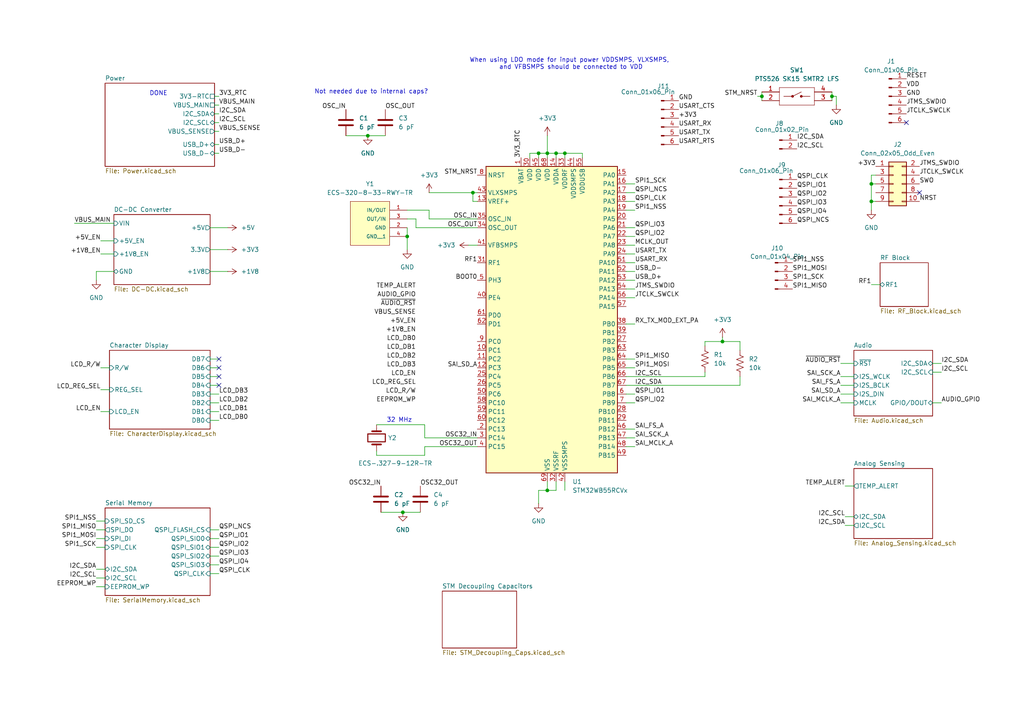
<source format=kicad_sch>
(kicad_sch (version 20231120) (generator "eeschema") (generator_version "8.0")
  (paper "A4")
  (lib_symbols
    (symbol "Connector:Conn_01x02_Pin" (pin_names (offset 1.016) hide)
      (property "Reference" "J" (at 0 2.54 0))
      (property "Value" "Conn_01x02_Pin" (at 0 -5.08 0))
      (symbol "Conn_01x02_Pin_1_1"
        (polyline (pts (xy 1.27 -2.54) (xy 0.8636 -2.54)) (stroke (width 0.1524)))
        (polyline (pts (xy 1.27 0) (xy 0.8636 0)) (stroke (width 0.1524)))
        (rectangle (start 0.8636 -2.413) (end 0 -2.667) (stroke (width 0.1524)) (fill (type outline)))
        (rectangle (start 0.8636 0.127) (end 0 -0.127) (stroke (width 0.1524)) (fill (type outline)))
        (pin passive line (at 5.08 0 180) (length 3.81) (name "Pin_1") (number "1"))
        (pin passive line (at 5.08 -2.54 180) (length 3.81) (name "Pin_2") (number "2"))
      )
    )
    (symbol "Connector:Conn_01x04_Pin" (pin_names (offset 1.016) hide)
      (property "Reference" "J" (at 0 5.08 0))
      (property "Value" "Conn_01x04_Pin" (at 0 -7.62 0))
      (symbol "Conn_01x04_Pin_1_1"
        (polyline (pts (xy 1.27 -5.08) (xy 0.8636 -5.08)) (stroke (width 0.1524)))
        (polyline (pts (xy 1.27 -2.54) (xy 0.8636 -2.54)) (stroke (width 0.1524)))
        (polyline (pts (xy 1.27 0) (xy 0.8636 0)) (stroke (width 0.1524)))
        (polyline (pts (xy 1.27 2.54) (xy 0.8636 2.54)) (stroke (width 0.1524)))
        (rectangle (start 0.8636 -4.953) (end 0 -5.207) (stroke (width 0.1524)) (fill (type outline)))
        (rectangle (start 0.8636 -2.413) (end 0 -2.667) (stroke (width 0.1524)) (fill (type outline)))
        (rectangle (start 0.8636 0.127) (end 0 -0.127) (stroke (width 0.1524)) (fill (type outline)))
        (rectangle (start 0.8636 2.667) (end 0 2.413) (stroke (width 0.1524)) (fill (type outline)))
        (pin passive line (at 5.08 2.54 180) (length 3.81) (name "Pin_1") (number "1"))
        (pin passive line (at 5.08 0 180) (length 3.81) (name "Pin_2") (number "2"))
        (pin passive line (at 5.08 -2.54 180) (length 3.81) (name "Pin_3") (number "3"))
        (pin passive line (at 5.08 -5.08 180) (length 3.81) (name "Pin_4") (number "4"))
      )
    )
    (symbol "Connector:Conn_01x06_Pin" (pin_names (offset 1.016) hide)
      (property "Reference" "J" (at 0 7.62 0))
      (property "Value" "Conn_01x06_Pin" (at 0 -10.16 0))
      (symbol "Conn_01x06_Pin_1_1"
        (polyline (pts (xy 1.27 -7.62) (xy 0.8636 -7.62)) (stroke (width 0.1524)))
        (polyline (pts (xy 1.27 -5.08) (xy 0.8636 -5.08)) (stroke (width 0.1524)))
        (polyline (pts (xy 1.27 -2.54) (xy 0.8636 -2.54)) (stroke (width 0.1524)))
        (polyline (pts (xy 1.27 0) (xy 0.8636 0)) (stroke (width 0.1524)))
        (polyline (pts (xy 1.27 2.54) (xy 0.8636 2.54)) (stroke (width 0.1524)))
        (polyline (pts (xy 1.27 5.08) (xy 0.8636 5.08)) (stroke (width 0.1524)))
        (rectangle (start 0.8636 -7.493) (end 0 -7.747) (stroke (width 0.1524)) (fill (type outline)))
        (rectangle (start 0.8636 -4.953) (end 0 -5.207) (stroke (width 0.1524)) (fill (type outline)))
        (rectangle (start 0.8636 -2.413) (end 0 -2.667) (stroke (width 0.1524)) (fill (type outline)))
        (rectangle (start 0.8636 0.127) (end 0 -0.127) (stroke (width 0.1524)) (fill (type outline)))
        (rectangle (start 0.8636 2.667) (end 0 2.413) (stroke (width 0.1524)) (fill (type outline)))
        (rectangle (start 0.8636 5.207) (end 0 4.953) (stroke (width 0.1524)) (fill (type outline)))
        (pin passive line (at 5.08 5.08 180) (length 3.81) (name "Pin_1") (number "1"))
        (pin passive line (at 5.08 2.54 180) (length 3.81) (name "Pin_2") (number "2"))
        (pin passive line (at 5.08 0 180) (length 3.81) (name "Pin_3") (number "3"))
        (pin passive line (at 5.08 -2.54 180) (length 3.81) (name "Pin_4") (number "4"))
        (pin passive line (at 5.08 -5.08 180) (length 3.81) (name "Pin_5") (number "5"))
        (pin passive line (at 5.08 -7.62 180) (length 3.81) (name "Pin_6") (number "6"))
      )
    )
    (symbol "Connector_Generic:Conn_02x05_Odd_Even" (pin_names (offset 1.016) hide)
      (property "Reference" "J" (at 1.27 7.62 0))
      (property "Value" "Conn_02x05_Odd_Even" (at 1.27 -7.62 0))
      (symbol "Conn_02x05_Odd_Even_1_1"
        (rectangle (start -1.27 -4.953) (end 0 -5.207) (stroke (width 0.1524)))
        (rectangle (start -1.27 -2.413) (end 0 -2.667) (stroke (width 0.1524)))
        (rectangle (start -1.27 0.127) (end 0 -0.127) (stroke (width 0.1524)))
        (rectangle (start -1.27 2.667) (end 0 2.413) (stroke (width 0.1524)))
        (rectangle (start -1.27 5.207) (end 0 4.953) (stroke (width 0.1524)))
        (rectangle (start -1.27 6.35) (end 3.81 -6.35) (stroke (width 0.254)) (fill (type background)))
        (rectangle (start 3.81 -4.953) (end 2.54 -5.207) (stroke (width 0.1524)))
        (rectangle (start 3.81 -2.413) (end 2.54 -2.667) (stroke (width 0.1524)))
        (rectangle (start 3.81 0.127) (end 2.54 -0.127) (stroke (width 0.1524)))
        (rectangle (start 3.81 2.667) (end 2.54 2.413) (stroke (width 0.1524)))
        (rectangle (start 3.81 5.207) (end 2.54 4.953) (stroke (width 0.1524)))
        (pin passive line (at -5.08 5.08 0) (length 3.81) (name "Pin_1") (number "1"))
        (pin passive line (at 7.62 -5.08 180) (length 3.81) (name "Pin_10") (number "10"))
        (pin passive line (at 7.62 5.08 180) (length 3.81) (name "Pin_2") (number "2"))
        (pin passive line (at -5.08 2.54 0) (length 3.81) (name "Pin_3") (number "3"))
        (pin passive line (at 7.62 2.54 180) (length 3.81) (name "Pin_4") (number "4"))
        (pin passive line (at -5.08 0 0) (length 3.81) (name "Pin_5") (number "5"))
        (pin passive line (at 7.62 0 180) (length 3.81) (name "Pin_6") (number "6"))
        (pin passive line (at -5.08 -2.54 0) (length 3.81) (name "Pin_7") (number "7"))
        (pin passive line (at 7.62 -2.54 180) (length 3.81) (name "Pin_8") (number "8"))
        (pin passive line (at -5.08 -5.08 0) (length 3.81) (name "Pin_9") (number "9"))
      )
    )
    (symbol "Device:C" (pin_numbers hide) (pin_names (offset 0.254))
      (property "Reference" "C" (at 0.635 2.54 0))
      (property "Value" "C" (at 0.635 -2.54 0))
      (symbol "C_0_1"
        (polyline (pts (xy -2.032 -0.762) (xy 2.032 -0.762)) (stroke (width 0.508)))
        (polyline (pts (xy -2.032 0.762) (xy 2.032 0.762)) (stroke (width 0.508)))
      )
      (symbol "C_1_1"
        (pin passive line (at 0 3.81 270) (length 2.794) (name "~") (number "1"))
        (pin passive line (at 0 -3.81 90) (length 2.794) (name "~") (number "2"))
      )
    )
    (symbol "Device:Crystal" (pin_numbers hide) (pin_names (offset 1.016) hide)
      (property "Reference" "Y" (at 0 3.81 0))
      (property "Value" "Crystal" (at 0 -3.81 0))
      (symbol "Crystal_0_1"
        (rectangle (start -1.143 2.54) (end 1.143 -2.54) (stroke (width 0.3048)))
        (polyline (pts (xy -2.54 0) (xy -1.905 0)))
        (polyline (pts (xy -1.905 -1.27) (xy -1.905 1.27)) (stroke (width 0.508)))
        (polyline (pts (xy 1.905 -1.27) (xy 1.905 1.27)) (stroke (width 0.508)))
        (polyline (pts (xy 2.54 0) (xy 1.905 0)))
      )
      (symbol "Crystal_1_1"
        (pin passive line (at -3.81 0 0) (length 1.27) (name "1") (number "1"))
        (pin passive line (at 3.81 0 180) (length 1.27) (name "2") (number "2"))
      )
    )
    (symbol "Device:R_US" (pin_numbers hide) (pin_names (offset 0))
      (property "Reference" "R" (at 2.54 0 90))
      (property "Value" "R_US" (at -2.54 0 90))
      (symbol "R_US_0_1"
        (polyline (pts (xy 0 -2.286) (xy 0 -2.54)))
        (polyline (pts (xy 0 2.286) (xy 0 2.54)))
        (polyline (pts (xy 0 -0.762) (xy 1.016 -1.143) (xy 0 -1.524) (xy -1.016 -1.905) (xy 0 -2.286)))
        (polyline (pts (xy 0 0.762) (xy 1.016 0.381) (xy 0 0) (xy -1.016 -0.381) (xy 0 -0.762)))
        (polyline (pts (xy 0 2.286) (xy 1.016 1.905) (xy 0 1.524) (xy -1.016 1.143) (xy 0 0.762)))
      )
      (symbol "R_US_1_1"
        (pin passive line (at 0 3.81 270) (length 1.27) (name "~") (number "1"))
        (pin passive line (at 0 -3.81 90) (length 1.27) (name "~") (number "2"))
      )
    )
    (symbol "MCU_ST_STM32WB:STM32WB55RCVx"
      (property "Reference" "U" (at -17.78 46.99 0))
      (property "Value" "STM32WB55RCVx" (at 12.7 46.99 0))
      (symbol "STM32WB55RCVx_0_1"
        (rectangle (start -17.78 -43.18) (end 20.32 45.72) (stroke (width 0.254)) (fill (type background)))
      )
      (symbol "STM32WB55RCVx_1_1"
        (pin power_in line (at -7.62 48.26 270) (length 2.54) (name "VBAT") (number "1"))
        (pin bidirectional line (at -20.32 -7.62 0) (length 2.54) (name "PC1") (number "10"))
        (pin bidirectional line (at -20.32 -10.16 0) (length 2.54) (name "PC2") (number "11"))
        (pin bidirectional line (at -20.32 -12.7 0) (length 2.54) (name "PC3") (number "12"))
        (pin input line (at -20.32 35.56 0) (length 2.54) (name "VREF+") (number "13"))
        (pin power_in line (at 2.54 48.26 270) (length 2.54) (name "VDDA") (number "14"))
        (pin bidirectional line (at 22.86 43.18 180) (length 2.54) (name "PA0") (number "15"))
        (pin bidirectional line (at 22.86 40.64 180) (length 2.54) (name "PA1") (number "16"))
        (pin bidirectional line (at 22.86 38.1 180) (length 2.54) (name "PA2") (number "17"))
        (pin bidirectional line (at 22.86 35.56 180) (length 2.54) (name "PA3") (number "18"))
        (pin bidirectional line (at 22.86 33.02 180) (length 2.54) (name "PA4") (number "19"))
        (pin bidirectional line (at -20.32 -30.48 0) (length 2.54) (name "PC13") (number "2"))
        (pin bidirectional line (at 22.86 30.48 180) (length 2.54) (name "PA5") (number "20"))
        (pin bidirectional line (at 22.86 27.94 180) (length 2.54) (name "PA6") (number "21"))
        (pin bidirectional line (at 22.86 25.4 180) (length 2.54) (name "PA7") (number "22"))
        (pin bidirectional line (at 22.86 22.86 180) (length 2.54) (name "PA8") (number "23"))
        (pin bidirectional line (at 22.86 20.32 180) (length 2.54) (name "PA9") (number "24"))
        (pin bidirectional line (at -20.32 -15.24 0) (length 2.54) (name "PC4") (number "25"))
        (pin bidirectional line (at -20.32 -17.78 0) (length 2.54) (name "PC5") (number "26"))
        (pin bidirectional line (at 22.86 -5.08 180) (length 2.54) (name "PB2") (number "27"))
        (pin bidirectional line (at 22.86 -25.4 180) (length 2.54) (name "PB10") (number "28"))
        (pin bidirectional line (at 22.86 -27.94 180) (length 2.54) (name "PB11") (number "29"))
        (pin bidirectional line (at -20.32 -33.02 0) (length 2.54) (name "PC14") (number "3"))
        (pin power_in line (at -5.08 48.26 270) (length 2.54) (name "VDD") (number "30"))
        (pin bidirectional line (at -20.32 17.78 0) (length 2.54) (name "RF1") (number "31"))
        (pin power_in line (at 2.54 -45.72 90) (length 2.54) (name "VSSRF") (number "32"))
        (pin power_in line (at 5.08 48.26 270) (length 2.54) (name "VDDRF") (number "33"))
        (pin input line (at -20.32 27.94 0) (length 2.54) (name "OSC_OUT") (number "34"))
        (pin input line (at -20.32 30.48 0) (length 2.54) (name "OSC_IN") (number "35"))
        (pin no_connect line (at -17.78 -43.18 0) (length 2.54) hide (name "AT0") (number "36"))
        (pin no_connect line (at -17.78 -40.64 0) (length 2.54) hide (name "AT1") (number "37"))
        (pin bidirectional line (at 22.86 0 180) (length 2.54) (name "PB0") (number "38"))
        (pin bidirectional line (at 22.86 -2.54 180) (length 2.54) (name "PB1") (number "39"))
        (pin bidirectional line (at -20.32 -35.56 0) (length 2.54) (name "PC15") (number "4"))
        (pin bidirectional line (at -20.32 7.62 0) (length 2.54) (name "PE4") (number "40"))
        (pin input line (at -20.32 22.86 0) (length 2.54) (name "VFBSMPS") (number "41"))
        (pin power_in line (at 5.08 -45.72 90) (length 2.54) (name "VSSSMPS") (number "42"))
        (pin power_in line (at -20.32 38.1 0) (length 2.54) (name "VLXSMPS") (number "43"))
        (pin power_in line (at 7.62 48.26 270) (length 2.54) (name "VDDSMPS") (number "44"))
        (pin power_in line (at -2.54 48.26 270) (length 2.54) (name "VDD") (number "45"))
        (pin bidirectional line (at 22.86 -30.48 180) (length 2.54) (name "PB12") (number "46"))
        (pin bidirectional line (at 22.86 -33.02 180) (length 2.54) (name "PB13") (number "47"))
        (pin bidirectional line (at 22.86 -35.56 180) (length 2.54) (name "PB14") (number "48"))
        (pin bidirectional line (at 22.86 -38.1 180) (length 2.54) (name "PB15") (number "49"))
        (pin bidirectional line (at -20.32 12.7 0) (length 2.54) (name "PH3") (number "5"))
        (pin bidirectional line (at -20.32 -20.32 0) (length 2.54) (name "PC6") (number "50"))
        (pin bidirectional line (at 22.86 17.78 180) (length 2.54) (name "PA10") (number "51"))
        (pin bidirectional line (at 22.86 15.24 180) (length 2.54) (name "PA11") (number "52"))
        (pin bidirectional line (at 22.86 12.7 180) (length 2.54) (name "PA12") (number "53"))
        (pin bidirectional line (at 22.86 10.16 180) (length 2.54) (name "PA13") (number "54"))
        (pin power_in line (at 10.16 48.26 270) (length 2.54) (name "VDDUSB") (number "55"))
        (pin bidirectional line (at 22.86 7.62 180) (length 2.54) (name "PA14") (number "56"))
        (pin bidirectional line (at 22.86 5.08 180) (length 2.54) (name "PA15") (number "57"))
        (pin bidirectional line (at -20.32 -22.86 0) (length 2.54) (name "PC10") (number "58"))
        (pin bidirectional line (at -20.32 -25.4 0) (length 2.54) (name "PC11") (number "59"))
        (pin bidirectional line (at 22.86 -20.32 180) (length 2.54) (name "PB8") (number "6"))
        (pin bidirectional line (at -20.32 -27.94 0) (length 2.54) (name "PC12") (number "60"))
        (pin bidirectional line (at -20.32 2.54 0) (length 2.54) (name "PD0") (number "61"))
        (pin bidirectional line (at -20.32 0 0) (length 2.54) (name "PD1") (number "62"))
        (pin bidirectional line (at 22.86 -7.62 180) (length 2.54) (name "PB3") (number "63"))
        (pin bidirectional line (at 22.86 -10.16 180) (length 2.54) (name "PB4") (number "64"))
        (pin bidirectional line (at 22.86 -12.7 180) (length 2.54) (name "PB5") (number "65"))
        (pin bidirectional line (at 22.86 -15.24 180) (length 2.54) (name "PB6") (number "66"))
        (pin bidirectional line (at 22.86 -17.78 180) (length 2.54) (name "PB7") (number "67"))
        (pin power_in line (at 0 48.26 270) (length 2.54) (name "VDD") (number "68"))
        (pin power_in line (at 0 -45.72 90) (length 2.54) (name "VSS") (number "69"))
        (pin bidirectional line (at 22.86 -22.86 180) (length 2.54) (name "PB9") (number "7"))
        (pin input line (at -20.32 43.18 0) (length 2.54) (name "NRST") (number "8"))
        (pin bidirectional line (at -20.32 -5.08 0) (length 2.54) (name "PC0") (number "9"))
      )
    )
    (symbol "jka_library:ECS-320-8-33-RWY-TR" (pin_names (offset 1.016))
      (property "Reference" "Y" (at -0.508 8.382 0))
      (property "Value" "ECS-320-8-33-RWY-TR" (at -15.2549 -7.629 0))
      (symbol "ECS-320-8-33-RWY-TR_0_0"
        (rectangle (start -5.08 7.62) (end 6.35 -5.08) (stroke (width 0.127)) (fill (type background)))
        (pin bidirectional line (at 11.43 5.08 180) (length 5.08) (name "IN/OUT") (number "1"))
        (pin power_in line (at 11.43 0 180) (length 5.08) (name "GND") (number "2"))
        (pin bidirectional line (at 11.43 2.54 180) (length 5.08) (name "OUT/IN") (number "3"))
        (pin power_in line (at 11.43 -2.54 180) (length 5.08) (name "GND__1") (number "4"))
      )
    )
    (symbol "jka_library:PTS526_SK15_SMTR2_LFS" (pin_names (offset 0.254))
      (property "Reference" "SW" (at 12.7 5.334 0))
      (property "Value" "PTS526 SK15 SMTR2 LFS" (at 12.7 3.302 0))
      (symbol "PTS526_SK15_SMTR2_LFS_0_1"
        (polyline (pts (xy 7.62 -3.81) (xy 17.78 -3.81)) (stroke (width 0.127)))
        (polyline (pts (xy 7.62 1.27) (xy 7.62 -3.81)) (stroke (width 0.127)))
        (polyline (pts (xy 17.78 -3.81) (xy 17.78 1.27)) (stroke (width 0.127)))
        (polyline (pts (xy 17.78 1.27) (xy 7.62 1.27)) (stroke (width 0.127)))
      )
      (symbol "PTS526_SK15_SMTR2_LFS_1_1"
        (polyline (pts (xy 8.89 -1.27) (xy 11.43 -1.27)))
        (polyline (pts (xy 11.43 -1.27) (xy 13.97 0)))
        (polyline (pts (xy 13.97 -1.27) (xy 16.51 -1.27)))
        (circle (center 11.43 -1.27) (radius 0.0001) (stroke (width 0.762)) (fill (type outline)))
        (circle (center 13.97 -1.27) (radius 0.0001) (stroke (width 0.762)) (fill (type outline)))
        (pin unspecified line (at 2.54 0 0) (length 5.08) (name "") (number "1"))
        (pin unspecified line (at 2.54 -2.54 0) (length 5.08) (name "") (number "2"))
        (pin unspecified line (at 22.86 -2.54 180) (length 5.08) (name "") (number "3"))
        (pin unspecified line (at 22.86 0 180) (length 5.08) (name "") (number "4"))
      )
    )
    (symbol "power:+1V8" (power) (pin_numbers hide) (pin_names (offset 0) hide)
      (property "Value" "+1V8" (at 0 3.556 0))
      (symbol "+1V8_0_1"
        (polyline (pts (xy -0.762 1.27) (xy 0 2.54)))
        (polyline (pts (xy 0 0) (xy 0 2.54)))
        (polyline (pts (xy 0 2.54) (xy 0.762 1.27)))
      )
      (symbol "+1V8_1_1"
        (pin power_in line (at 0 0 90) (length 0) (name "~") (number "1"))
      )
    )
    (symbol "power:+3.3V" (power) (pin_numbers hide) (pin_names (offset 0) hide)
      (property "Value" "+3.3V" (at 0 3.556 0))
      (symbol "+3.3V_0_1"
        (polyline (pts (xy -0.762 1.27) (xy 0 2.54)))
        (polyline (pts (xy 0 0) (xy 0 2.54)))
        (polyline (pts (xy 0 2.54) (xy 0.762 1.27)))
      )
      (symbol "+3.3V_1_1"
        (pin power_in line (at 0 0 90) (length 0) (name "~") (number "1"))
      )
    )
    (symbol "power:+5V" (power) (pin_numbers hide) (pin_names (offset 0) hide)
      (property "Value" "+5V" (at 0 3.556 0))
      (symbol "+5V_0_1"
        (polyline (pts (xy -0.762 1.27) (xy 0 2.54)))
        (polyline (pts (xy 0 0) (xy 0 2.54)))
        (polyline (pts (xy 0 2.54) (xy 0.762 1.27)))
      )
      (symbol "+5V_1_1"
        (pin power_in line (at 0 0 90) (length 0) (name "~") (number "1"))
      )
    )
    (symbol "power:GND" (power) (pin_numbers hide) (pin_names (offset 0) hide)
      (property "Value" "GND" (at 0 -3.81 0))
      (symbol "GND_0_1"
        (polyline (pts (xy 0 0) (xy 0 -1.27) (xy 1.27 -1.27) (xy 0 -2.54) (xy -1.27 -1.27) (xy 0 -1.27)))
      )
      (symbol "GND_1_1"
        (pin power_in line (at 0 0 270) (length 0) (name "~") (number "1"))
      )
    )
  )
  (junction (at 163.83 44.45))
  (junction (at 156.21 44.45))
  (junction (at 106.68 39.37))
  (junction (at 137.16 55.88))
  (junction (at 220.98 27.94))
  (junction (at 252.73 53.34))
  (junction (at 252.73 58.42))
  (junction (at 241.3 27.94))
  (junction (at 158.75 142.24))
  (junction (at 158.75 44.45))
  (junction (at 209.55 99.06))
  (junction (at 116.84 148.59))
  (junction (at 161.29 44.45))
  (junction (at 118.11 68.58))
  (no_connect (at 262.89 35.56))
  (no_connect (at 63.5 104.14))
  (no_connect (at 63.5 109.22))
  (no_connect (at 266.7 55.88))
  (no_connect (at 63.5 111.76))
  (no_connect (at 63.5 106.68))
  (wire (pts (xy 110.49 148.59) (xy 116.84 148.59)))
  (wire (pts (xy 163.83 45.72) (xy 163.83 44.45)))
  (wire (pts (xy 243.84 111.76) (xy 247.65 111.76)))
  (wire (pts (xy 60.96 153.67) (xy 63.5 153.67)))
  (wire (pts (xy 181.61 111.76) (xy 214.63 111.76)))
  (wire (pts (xy 184.15 53.34) (xy 181.61 53.34)))
  (wire (pts (xy 120.65 66.04) (xy 138.43 66.04)))
  (wire (pts (xy 181.61 114.3) (xy 184.15 114.3)))
  (wire (pts (xy 109.22 130.81) (xy 109.22 132.08)))
  (wire (pts (xy 62.23 44.45) (xy 63.5 44.45)))
  (wire (pts (xy 60.96 156.21) (xy 63.5 156.21)))
  (wire (pts (xy 118.11 66.04) (xy 118.11 68.58)))
  (wire (pts (xy 135.89 71.12) (xy 138.43 71.12)))
  (wire (pts (xy 62.23 33.02) (xy 63.5 33.02)))
  (wire (pts (xy 118.11 60.96) (xy 124.46 60.96)))
  (wire (pts (xy 181.61 83.82) (xy 184.15 83.82)))
  (wire (pts (xy 270.51 107.95) (xy 273.05 107.95)))
  (wire (pts (xy 153.67 45.72) (xy 153.67 44.45)))
  (wire (pts (xy 27.94 153.67) (xy 30.48 153.67)))
  (wire (pts (xy 181.61 129.54) (xy 184.15 129.54)))
  (wire (pts (xy 209.55 99.06) (xy 214.63 99.06)))
  (wire (pts (xy 153.67 44.45) (xy 156.21 44.45)))
  (wire (pts (xy 214.63 99.06) (xy 214.63 101.6)))
  (wire (pts (xy 33.02 78.74) (xy 27.94 78.74)))
  (wire (pts (xy 161.29 44.45) (xy 163.83 44.45)))
  (wire (pts (xy 60.96 163.83) (xy 63.5 163.83)))
  (wire (pts (xy 254 50.8) (xy 252.73 50.8)))
  (wire (pts (xy 138.43 58.42) (xy 137.16 58.42)))
  (wire (pts (xy 60.96 109.22) (xy 63.5 109.22)))
  (wire (pts (xy 60.96 119.38) (xy 63.5 119.38)))
  (wire (pts (xy 60.96 66.04) (xy 66.04 66.04)))
  (wire (pts (xy 60.96 72.39) (xy 66.04 72.39)))
  (wire (pts (xy 123.19 132.08) (xy 123.19 129.54)))
  (wire (pts (xy 181.61 81.28) (xy 184.15 81.28)))
  (wire (pts (xy 33.02 64.77) (xy 21.59 64.77)))
  (wire (pts (xy 120.65 63.5) (xy 120.65 66.04)))
  (wire (pts (xy 252.73 53.34) (xy 252.73 58.42)))
  (wire (pts (xy 158.75 44.45) (xy 161.29 44.45)))
  (wire (pts (xy 168.91 45.72) (xy 168.91 44.45)))
  (wire (pts (xy 181.61 58.42) (xy 184.15 58.42)))
  (wire (pts (xy 60.96 158.75) (xy 63.5 158.75)))
  (wire (pts (xy 29.21 106.68) (xy 31.75 106.68)))
  (wire (pts (xy 109.22 123.19) (xy 123.19 123.19)))
  (wire (pts (xy 156.21 44.45) (xy 158.75 44.45)))
  (wire (pts (xy 252.73 50.8) (xy 252.73 53.34)))
  (wire (pts (xy 137.16 55.88) (xy 138.43 55.88)))
  (wire (pts (xy 60.96 78.74) (xy 66.04 78.74)))
  (wire (pts (xy 100.33 39.37) (xy 106.68 39.37)))
  (wire (pts (xy 29.21 113.03) (xy 31.75 113.03)))
  (wire (pts (xy 181.61 68.58) (xy 184.15 68.58)))
  (wire (pts (xy 204.47 100.33) (xy 204.47 99.06)))
  (wire (pts (xy 243.84 105.41) (xy 247.65 105.41)))
  (wire (pts (xy 220.98 27.94) (xy 220.98 29.21)))
  (wire (pts (xy 243.84 114.3) (xy 247.65 114.3)))
  (wire (pts (xy 241.3 26.67) (xy 241.3 27.94)))
  (wire (pts (xy 62.23 41.91) (xy 63.5 41.91)))
  (wire (pts (xy 270.51 116.84) (xy 273.05 116.84)))
  (wire (pts (xy 137.16 58.42) (xy 137.16 55.88)))
  (wire (pts (xy 181.61 76.2) (xy 184.15 76.2)))
  (wire (pts (xy 27.94 78.74) (xy 27.94 81.28)))
  (wire (pts (xy 60.96 166.37) (xy 63.5 166.37)))
  (wire (pts (xy 254 58.42) (xy 252.73 58.42)))
  (wire (pts (xy 181.61 55.88) (xy 184.15 55.88)))
  (wire (pts (xy 181.61 78.74) (xy 184.15 78.74)))
  (wire (pts (xy 60.96 111.76) (xy 63.5 111.76)))
  (wire (pts (xy 29.21 119.38) (xy 31.75 119.38)))
  (wire (pts (xy 158.75 139.7) (xy 158.75 142.24)))
  (wire (pts (xy 62.23 27.94) (xy 63.5 27.94)))
  (wire (pts (xy 242.57 30.48) (xy 242.57 27.94)))
  (wire (pts (xy 270.51 105.41) (xy 273.05 105.41)))
  (wire (pts (xy 62.23 30.48) (xy 63.5 30.48)))
  (wire (pts (xy 204.47 107.95) (xy 204.47 109.22)))
  (wire (pts (xy 243.84 116.84) (xy 247.65 116.84)))
  (wire (pts (xy 156.21 142.24) (xy 156.21 146.05)))
  (wire (pts (xy 123.19 123.19) (xy 123.19 127)))
  (wire (pts (xy 181.61 71.12) (xy 184.15 71.12)))
  (wire (pts (xy 158.75 142.24) (xy 156.21 142.24)))
  (wire (pts (xy 214.63 109.22) (xy 214.63 111.76)))
  (wire (pts (xy 116.84 148.59) (xy 121.92 148.59)))
  (wire (pts (xy 181.61 86.36) (xy 184.15 86.36)))
  (wire (pts (xy 60.96 104.14) (xy 63.5 104.14)))
  (wire (pts (xy 62.23 38.1) (xy 63.5 38.1)))
  (wire (pts (xy 181.61 116.84) (xy 184.15 116.84)))
  (wire (pts (xy 106.68 39.37) (xy 111.76 39.37)))
  (wire (pts (xy 242.57 27.94) (xy 241.3 27.94)))
  (wire (pts (xy 181.61 127) (xy 184.15 127)))
  (wire (pts (xy 60.96 121.92) (xy 63.5 121.92)))
  (wire (pts (xy 163.83 142.24) (xy 163.83 139.7)))
  (wire (pts (xy 60.96 106.68) (xy 63.5 106.68)))
  (wire (pts (xy 118.11 63.5) (xy 120.65 63.5)))
  (wire (pts (xy 27.94 156.21) (xy 30.48 156.21)))
  (wire (pts (xy 124.46 60.96) (xy 124.46 63.5)))
  (wire (pts (xy 252.73 53.34) (xy 254 53.34)))
  (wire (pts (xy 181.61 93.98) (xy 184.15 93.98)))
  (wire (pts (xy 181.61 106.68) (xy 184.15 106.68)))
  (wire (pts (xy 60.96 114.3) (xy 63.5 114.3)))
  (wire (pts (xy 181.61 60.96) (xy 184.15 60.96)))
  (wire (pts (xy 252.73 82.55) (xy 255.27 82.55)))
  (wire (pts (xy 245.11 152.4) (xy 247.65 152.4)))
  (wire (pts (xy 27.94 158.75) (xy 30.48 158.75)))
  (wire (pts (xy 29.21 69.85) (xy 33.02 69.85)))
  (wire (pts (xy 156.21 44.45) (xy 156.21 45.72)))
  (wire (pts (xy 109.22 132.08) (xy 123.19 132.08)))
  (wire (pts (xy 27.94 151.13) (xy 30.48 151.13)))
  (wire (pts (xy 204.47 99.06) (xy 209.55 99.06)))
  (wire (pts (xy 124.46 63.5) (xy 138.43 63.5)))
  (wire (pts (xy 158.75 45.72) (xy 158.75 44.45)))
  (wire (pts (xy 161.29 44.45) (xy 161.29 45.72)))
  (wire (pts (xy 161.29 139.7) (xy 161.29 142.24)))
  (wire (pts (xy 118.11 68.58) (xy 118.11 72.39)))
  (wire (pts (xy 62.23 35.56) (xy 63.5 35.56)))
  (wire (pts (xy 60.96 161.29) (xy 63.5 161.29)))
  (wire (pts (xy 245.11 149.86) (xy 247.65 149.86)))
  (wire (pts (xy 243.84 109.22) (xy 247.65 109.22)))
  (wire (pts (xy 181.61 109.22) (xy 204.47 109.22)))
  (wire (pts (xy 27.94 170.18) (xy 30.48 170.18)))
  (wire (pts (xy 161.29 142.24) (xy 158.75 142.24)))
  (wire (pts (xy 168.91 44.45) (xy 163.83 44.45)))
  (wire (pts (xy 209.55 97.79) (xy 209.55 99.06)))
  (wire (pts (xy 123.19 129.54) (xy 138.43 129.54)))
  (wire (pts (xy 27.94 165.1) (xy 30.48 165.1)))
  (wire (pts (xy 181.61 124.46) (xy 184.15 124.46)))
  (wire (pts (xy 124.46 55.88) (xy 137.16 55.88)))
  (wire (pts (xy 245.11 140.97) (xy 247.65 140.97)))
  (wire (pts (xy 123.19 127) (xy 138.43 127)))
  (wire (pts (xy 60.96 116.84) (xy 63.5 116.84)))
  (wire (pts (xy 27.94 167.64) (xy 30.48 167.64)))
  (wire (pts (xy 252.73 58.42) (xy 252.73 60.96)))
  (wire (pts (xy 29.21 73.66) (xy 33.02 73.66)))
  (wire (pts (xy 241.3 27.94) (xy 241.3 29.21)))
  (wire (pts (xy 219.71 27.94) (xy 220.98 27.94)))
  (wire (pts (xy 220.98 26.67) (xy 220.98 27.94)))
  (wire (pts (xy 181.61 104.14) (xy 184.15 104.14)))
  (wire (pts (xy 181.61 66.04) (xy 184.15 66.04)))
  (wire (pts (xy 181.61 73.66) (xy 184.15 73.66)))
  (wire (pts (xy 158.75 39.37) (xy 158.75 44.45)))
  (text "Not needed due to internal caps?" (at 107.696 26.67 0) (effects (font (size 1.27 1.27))))
  (text "When using LDO mode for input power VDDSMPS, VLXSMPS, \nand VFBSMPS should be connected to VDD" (at 165.608 18.542 0) (effects (font (size 1.27 1.27))))
  (text "32 MHz" (at 115.824 121.92 0) (effects (font (size 1.27 1.27))))
  (text "DONE" (at 45.974 27.178 0) (effects (font (size 1.27 1.27))))
  (label "USB_D-" (at 63.5 44.45 0))
  (label "3V3_RTC" (at 151.13 45.72 90))
  (label "I2C_SDA" (at 63.5 33.02 0))
  (label "GND" (at 262.89 27.94 0))
  (label "AUDIO_GPIO" (at 273.05 116.84 0))
  (label "QSPI_IO2" (at 184.15 68.58 0))
  (label "USART_RX" (at 184.15 76.2 0))
  (label "USB_D+" (at 184.15 81.28 0))
  (label "QSPI_IO2" (at 184.15 116.84 0))
  (label "RESET" (at 262.89 22.86 0))
  (label "TEMP_ALERT" (at 120.65 83.82 180))
  (label "STM_NRST" (at 138.43 50.8 180))
  (label "SPI1_SCK" (at 184.15 53.34 0))
  (label "+1V8_EN" (at 29.21 73.66 180))
  (label "3V3_RTC" (at 63.5 27.94 0))
  (label "LCD_DB0" (at 120.65 99.06 180))
  (label "I2C_SCL" (at 27.94 167.64 180))
  (label "LCD_R{slash}W" (at 29.21 106.68 180))
  (label "QSPI_IO1" (at 184.15 114.3 0))
  (label "I2C_SCL" (at 231.14 43.18 0))
  (label "QSPI_NCS" (at 231.14 64.77 0))
  (label "~{AUDIO_RST}" (at 243.84 105.41 180))
  (label "I2C_SDA" (at 245.11 152.4 180))
  (label "+1V8_EN" (at 120.65 96.52 180))
  (label "LCD_EN" (at 29.21 119.38 180))
  (label "SAI_SD_A" (at 138.43 106.68 180))
  (label "VBUS_MAIN" (at 63.5 30.48 0))
  (label "GND" (at 196.85 29.21 0))
  (label "QSPI_IO3" (at 63.5 161.29 0))
  (label "LCD_DB2" (at 63.5 116.84 0))
  (label "SAI_MCLK_A" (at 184.15 129.54 0))
  (label "OSC32_IN" (at 138.43 127 180))
  (label "USB_D+" (at 63.5 41.91 0))
  (label "SPI1_MOSI" (at 184.15 106.68 0))
  (label "I2C_SCL" (at 184.15 109.22 0))
  (label "OSC_IN" (at 138.43 63.5 180))
  (label "+3V3" (at 254 48.26 180))
  (label "LCD_DB3" (at 63.5 114.3 0))
  (label "SPI1_SCK" (at 27.94 158.75 180))
  (label "QSPI_IO3" (at 231.14 59.69 0))
  (label "LCD_EN" (at 120.65 109.22 180))
  (label "USART_RTS" (at 196.85 41.91 0))
  (label "I2C_SCL" (at 245.11 149.86 180))
  (label "I2C_SCL" (at 273.05 107.95 0))
  (label "LCD_REG_SEL" (at 120.65 111.76 180))
  (label "SPI1_MOSI" (at 27.94 156.21 180))
  (label "SAI_MCLK_A" (at 243.84 116.84 180))
  (label "SAI_FS_A" (at 184.15 124.46 0))
  (label "JTCLK_SWCLK" (at 262.89 33.02 0))
  (label "USB_D-" (at 184.15 78.74 0))
  (label "VBUS_SENSE" (at 120.65 91.44 180))
  (label "OSC_OUT" (at 111.76 31.75 0))
  (label "USART_RX" (at 196.85 36.83 0))
  (label "I2C_SDA" (at 27.94 165.1 180))
  (label "RF1" (at 252.73 82.55 180))
  (label "SAI_FS_A" (at 243.84 111.76 180))
  (label "QSPI_IO2" (at 231.14 57.15 0))
  (label "QSPI_IO4" (at 231.14 62.23 0))
  (label "SPI1_NSS" (at 184.15 60.96 0))
  (label "USART_TX" (at 196.85 39.37 0))
  (label "STM_NRST" (at 219.71 27.94 180))
  (label "QSPI_IO3" (at 184.15 66.04 0))
  (label "SAI_SCK_A" (at 243.84 109.22 180))
  (label "TEMP_ALERT" (at 245.11 140.97 180))
  (label "SAI_SCK_A" (at 184.15 127 0))
  (label "AUDIO_GPIO" (at 120.65 86.36 180))
  (label "SPI1_NSS" (at 229.87 76.2 0))
  (label "JTMS_SWDIO" (at 262.89 30.48 0))
  (label "SAI_SD_A" (at 243.84 114.3 180))
  (label "BOOT0" (at 138.43 81.28 180))
  (label "LCD_DB2" (at 120.65 104.14 180))
  (label "NRST" (at 266.7 58.42 0))
  (label "OSC_OUT" (at 138.43 66.04 180))
  (label "+5V_EN" (at 120.65 93.98 180))
  (label "QSPI_NCS" (at 184.15 55.88 0))
  (label "LCD_DB3" (at 120.65 106.68 180))
  (label "RF1" (at 138.43 76.2 180))
  (label "QSPI_CLK" (at 231.14 52.07 0))
  (label "VBUS_SENSE" (at 63.5 38.1 0))
  (label "VBUS_MAIN" (at 21.59 64.77 0))
  (label "I2C_SDA" (at 231.14 40.64 0))
  (label "QSPI_IO1" (at 231.14 54.61 0))
  (label "SPI1_SCK" (at 229.87 81.28 0))
  (label "I2C_SCL" (at 63.5 35.56 0))
  (label "JTMS_SWDIO" (at 266.7 48.26 0))
  (label "~{AUDIO_RST}" (at 120.65 88.9 180))
  (label "QSPI_NCS" (at 63.5 153.67 0))
  (label "RX_TX_MOD_EXT_PA" (at 184.15 93.98 0))
  (label "EEPROM_WP" (at 120.65 116.84 180))
  (label "LCD_DB1" (at 63.5 119.38 0))
  (label "OSC32_OUT" (at 121.92 140.97 0))
  (label "SPI1_MOSI" (at 229.87 78.74 0))
  (label "USART_TX" (at 184.15 73.66 0))
  (label "JTCLK_SWCLK" (at 184.15 86.36 0))
  (label "MCLK_OUT" (at 184.15 71.12 0))
  (label "+5V_EN" (at 29.21 69.85 180))
  (label "QSPI_IO1" (at 63.5 156.21 0))
  (label "QSPI_CLK" (at 63.5 166.37 0))
  (label "LCD_REG_SEL" (at 29.21 113.03 180))
  (label "EEPROM_WP" (at 27.94 170.18 180))
  (label "OSC_IN" (at 100.33 31.75 180))
  (label "SPI1_NSS" (at 27.94 151.13 180))
  (label "QSPI_IO4" (at 63.5 163.83 0))
  (label "QSPI_IO2" (at 63.5 158.75 0))
  (label "LCD_DB1" (at 120.65 101.6 180))
  (label "+3V3" (at 196.85 34.29 0))
  (label "USART_CTS" (at 196.85 31.75 0))
  (label "I2C_SDA" (at 184.15 111.76 0))
  (label "JTMS_SWDIO" (at 184.15 83.82 0))
  (label "LCD_R{slash}W" (at 120.65 114.3 180))
  (label "SPI1_MISO" (at 229.87 83.82 0))
  (label "SPI1_MISO" (at 184.15 104.14 0))
  (label "QSPI_CLK" (at 184.15 58.42 0))
  (label "OSC32_OUT" (at 138.43 129.54 180))
  (label "JTCLK_SWCLK" (at 266.7 50.8 0))
  (label "OSC32_IN" (at 110.49 140.97 180))
  (label "SWO" (at 266.7 53.34 0))
  (label "LCD_DB0" (at 63.5 121.92 0))
  (label "SPI1_MISO" (at 27.94 153.67 180))
  (label "VDD" (at 262.89 25.4 0))
  (label "I2C_SDA" (at 273.05 105.41 0))
  (symbol (lib_id "power:GND") (at 156.21 146.05 0) (unit 1)
    (property "Reference" "#PWR0104" (effects (hide yes)))
    (property "Value" "GND" (at 156.21 151.13 0))
    (property "Description" "Power symbol creates a global label with name \"GND\" , ground" (effects (hide yes)))
  )
  (symbol (lib_id "Connector_Generic:Conn_02x05_Odd_Even") (at 259.08 53.34 0) (unit 1)
    (property "Reference" "J2" (at 260.35 41.91 0))
    (property "Value" "Conn_02x05_Odd_Even" (at 260.35 44.45 0))
    (property "Footprint" "Connector_PinHeader_1.27mm:PinHeader_2x05_P1.27mm_Vertical" (effects (hide yes)))
    (property "Description" "Generic connector, double row, 02x05, odd/even pin numbering scheme (row 1 odd numbers, row 2 even numbers), script generated (kicad-library-utils/schlib/autogen/connector/)" (effects (hide yes)))
  )
  (symbol (lib_id "jka_library:ECS-320-8-33-RWY-TR") (at 106.68 66.04 0) (unit 1)
    (property "Reference" "Y1" (at 107.315 53.34 0))
    (property "Value" "ECS-320-8-33-RWY-TR" (at 107.315 55.88 0))
    (property "Footprint" "jka_library:XTAL_ECS-320-8-33-RWY-TR" (effects (hide yes)))
  )
  (symbol (lib_id "Device:C") (at 111.76 35.56 0) (unit 1)
    (property "Reference" "C3" (at 115.57 34.2899 0) (effects (justify left)))
    (property "Value" "6 pF" (at 115.57 36.8299 0) (effects (justify left)))
    (property "Footprint" "Capacitor_SMD:C_0603_1608Metric" (effects (hide yes)))
    (property "Description" "Unpolarized capacitor" (effects (hide yes)))
  )
  (symbol (lib_id "Device:R_US") (at 214.63 105.41 0) (unit 1)
    (property "Reference" "R2" (at 217.17 104.1399 0) (effects (justify left)))
    (property "Value" "10k" (at 217.17 106.6799 0) (effects (justify left)))
    (property "Footprint" "Resistor_SMD:R_0603_1608Metric" (effects (hide yes)))
    (property "Description" "Resistor, US symbol" (effects (hide yes)))
  )
  (symbol (lib_id "power:GND") (at 252.73 60.96 0) (unit 1)
    (property "Reference" "#PWR013" (effects (hide yes)))
    (property "Value" "GND" (at 252.73 66.04 0))
    (property "Description" "Power symbol creates a global label with name \"GND\" , ground" (effects (hide yes)))
  )
  (symbol (lib_id "Device:C") (at 121.92 144.78 0) (unit 1)
    (property "Reference" "C4" (at 125.73 143.5099 0) (effects (justify left)))
    (property "Value" "6 pF" (at 125.73 146.0499 0) (effects (justify left)))
    (property "Footprint" "Capacitor_SMD:C_0603_1608Metric" (effects (hide yes)))
    (property "Description" "Unpolarized capacitor" (effects (hide yes)))
  )
  (symbol (lib_id "power:GND") (at 242.57 30.48 0) (unit 1)
    (property "Reference" "#PWR012" (effects (hide yes)))
    (property "Value" "GND" (at 242.57 35.56 0))
    (property "Description" "Power symbol creates a global label with name \"GND\" , ground" (effects (hide yes)))
  )
  (symbol (lib_id "Connector:Conn_01x06_Pin") (at 226.06 57.15 0) (unit 1)
    (property "Reference" "J9" (at 226.695 47.8493 0))
    (property "Value" "Conn_01x06_Pin" (at 222.25 49.53 0))
    (property "Footprint" "Connector_PinHeader_2.54mm:PinHeader_2x03_P2.54mm_Vertical" (effects (hide yes)))
    (property "Description" "Generic connector, single row, 01x06, script generated" (effects (hide yes)))
  )
  (symbol (lib_id "Connector:Conn_01x04_Pin") (at 224.79 78.74 0) (unit 1)
    (property "Reference" "J10" (at 225.425 71.9793 0))
    (property "Value" "Conn_01x04_Pin" (at 225.425 74.4036 0))
    (property "Footprint" "Connector_PinHeader_2.54mm:PinHeader_1x04_P2.54mm_Vertical" (effects (hide yes)))
    (property "Description" "Generic connector, single row, 01x04, script generated" (effects (hide yes)))
  )
  (symbol (lib_id "power:GND") (at 106.68 39.37 0) (unit 1)
    (property "Reference" "#PWR05" (effects (hide yes)))
    (property "Value" "GND" (at 106.68 44.45 0))
    (property "Description" "Power symbol creates a global label with name \"GND\" , ground" (effects (hide yes)))
  )
  (symbol (lib_id "Device:C") (at 110.49 144.78 0) (unit 1)
    (property "Reference" "C2" (at 114.3 143.5099 0) (effects (justify left)))
    (property "Value" "6 pF" (at 114.3 146.0499 0) (effects (justify left)))
    (property "Footprint" "Capacitor_SMD:C_0603_1608Metric" (effects (hide yes)))
    (property "Description" "Unpolarized capacitor" (effects (hide yes)))
  )
  (symbol (lib_id "power:GND") (at 27.94 81.28 0) (unit 1)
    (property "Reference" "#PWR01" (effects (hide yes)))
    (property "Value" "GND" (at 27.94 86.36 0))
    (property "Description" "Power symbol creates a global label with name \"GND\" , ground" (effects (hide yes)))
  )
  (symbol (lib_id "Connector:Conn_01x06_Pin") (at 191.77 34.29 0) (unit 1)
    (property "Reference" "J11" (at 192.405 24.9893 0))
    (property "Value" "Conn_01x06_Pin" (at 187.96 26.67 0))
    (property "Footprint" "Connector_PinHeader_2.54mm:PinHeader_1x06_P2.54mm_Vertical" (effects (hide yes)))
    (property "Description" "Generic connector, single row, 01x06, script generated" (effects (hide yes)))
  )
  (symbol (lib_id "Device:C") (at 100.33 35.56 0) (unit 1)
    (property "Reference" "C1" (at 104.14 34.2899 0) (effects (justify left)))
    (property "Value" "6 pF" (at 104.14 36.8299 0) (effects (justify left)))
    (property "Footprint" "Capacitor_SMD:C_0603_1608Metric" (effects (hide yes)))
    (property "Description" "Unpolarized capacitor" (effects (hide yes)))
  )
  (symbol (lib_id "MCU_ST_STM32WB:STM32WB55RCVx") (at 158.75 93.98 0) (unit 1)
    (property "Reference" "U1" (at 166.0241 139.7 0) (effects (justify left)))
    (property "Value" "STM32WB55RCVx" (at 166.0241 142.24 0) (effects (justify left)))
    (property "Footprint" "Package_DFN_QFN:QFN-68-1EP_8x8mm_P0.4mm_EP6.4x6.4mm" (effects (hide yes)))
    (property "Datasheet" "https://www.st.com/resource/en/datasheet/stm32wb55rc.pdf" (effects (hide yes)))
    (property "Description" "STMicroelectronics Arm Cortex-M4 MCU, 256KB flash, 128KB RAM, 64 MHz, 1.71-3.6V, 49 GPIO, VFQFPN68" (effects (hide yes)))
  )
  (symbol (lib_id "power:+3.3V") (at 66.04 72.39 270) (unit 1)
    (property "Reference" "#PWR03" (effects (hide yes)))
    (property "Value" "+3V3" (at 69.85 72.3899 90) (effects (justify left)))
    (property "Description" "Power symbol creates a global label with name \"+3.3V\"" (effects (hide yes)))
  )
  (symbol (lib_id "power:GND") (at 118.11 72.39 0) (unit 1)
    (property "Reference" "#PWR07" (effects (hide yes)))
    (property "Value" "GND" (at 118.11 77.47 0))
    (property "Description" "Power symbol creates a global label with name \"GND\" , ground" (effects (hide yes)))
  )
  (symbol (lib_id "power:+3.3V") (at 209.55 97.79 0) (unit 1)
    (property "Reference" "#PWR011" (effects (hide yes)))
    (property "Value" "+3V3" (at 209.55 92.71 0))
    (property "Description" "Power symbol creates a global label with name \"+3.3V\"" (effects (hide yes)))
  )
  (symbol (lib_id "power:+3.3V") (at 135.89 71.12 90) (unit 1)
    (property "Reference" "#PWR09" (effects (hide yes)))
    (property "Value" "+3V3" (at 132.08 71.1199 90) (effects (justify left)))
    (property "Description" "Power symbol creates a global label with name \"+3.3V\"" (effects (hide yes)))
  )
  (symbol (lib_id "power:+5V") (at 66.04 66.04 270) (unit 1)
    (property "Reference" "#PWR02" (effects (hide yes)))
    (property "Value" "+5V" (at 69.85 66.0399 90) (effects (justify left)))
    (property "Description" "Power symbol creates a global label with name \"+5V\"" (effects (hide yes)))
  )
  (symbol (lib_id "power:+3.3V") (at 158.75 39.37 0) (unit 1)
    (property "Reference" "#PWR010" (effects (hide yes)))
    (property "Value" "+3V3" (at 158.75 34.29 0))
    (property "Description" "Power symbol creates a global label with name \"+3.3V\"" (effects (hide yes)))
  )
  (symbol (lib_id "Device:R_US") (at 204.47 104.14 0) (unit 1)
    (property "Reference" "R1" (at 207.01 102.8699 0) (effects (justify left)))
    (property "Value" "10k" (at 207.01 105.4099 0) (effects (justify left)))
    (property "Footprint" "Resistor_SMD:R_0603_1608Metric" (effects (hide yes)))
    (property "Description" "Resistor, US symbol" (effects (hide yes)))
  )
  (symbol (lib_id "power:+3.3V") (at 124.46 55.88 0) (unit 1)
    (property "Reference" "#PWR08" (effects (hide yes)))
    (property "Value" "+3V3" (at 124.46 50.8 0))
    (property "Description" "Power symbol creates a global label with name \"+3.3V\"" (effects (hide yes)))
  )
  (symbol (lib_id "Device:Crystal") (at 109.22 127 90) (unit 1)
    (property "Reference" "Y2" (at 112.522 127 90) (effects (justify right)))
    (property "Value" "ECS-.327-9-12R-TR" (at 103.886 134.366 90) (effects (justify right)))
    (property "Footprint" "Crystal:Crystal_SMD_2012-2Pin_2.0x1.2mm_HandSoldering" (effects (hide yes)))
    (property "Description" "Two pin crystal" (effects (hide yes)))
  )
  (symbol (lib_id "Connector:Conn_01x06_Pin") (at 257.81 27.94 0) (unit 1)
    (property "Reference" "J1" (at 258.445 17.78 0))
    (property "Value" "Conn_01x06_Pin" (at 258.445 20.32 0))
    (property "Footprint" "Connector_PinHeader_2.54mm:PinHeader_1x06_P2.54mm_Vertical" (effects (hide yes)))
    (property "Description" "Generic connector, single row, 01x06, script generated" (effects (hide yes)))
  )
  (symbol (lib_id "power:GND") (at 116.84 148.59 0) (unit 1)
    (property "Reference" "#PWR06" (effects (hide yes)))
    (property "Value" "GND" (at 116.84 153.67 0))
    (property "Description" "Power symbol creates a global label with name \"GND\" , ground" (effects (hide yes)))
  )
  (symbol (lib_id "Connector:Conn_01x02_Pin") (at 226.06 40.64 0) (unit 1)
    (property "Reference" "J8" (at 226.06 35.814 0))
    (property "Value" "Conn_01x02_Pin" (at 226.822 37.592 0))
    (property "Footprint" "Connector_PinHeader_2.54mm:PinHeader_1x02_P2.54mm_Vertical" (effects (hide yes)))
    (property "Description" "Generic connector, single row, 01x02, script generated" (effects (hide yes)))
  )
  (symbol (lib_id "power:+1V8") (at 66.04 78.74 270) (unit 1)
    (property "Reference" "#PWR04" (effects (hide yes)))
    (property "Value" "+1V8" (at 69.85 78.7399 90) (effects (justify left)))
    (property "Description" "Power symbol creates a global label with name \"+1V8\"" (effects (hide yes)))
  )
  (symbol (lib_id "jka_library:PTS526_SK15_SMTR2_LFS") (at 218.44 26.67 0) (unit 1)
    (property "Reference" "SW1" (at 231.14 20.32 0))
    (property "Value" "PTS526 SK15 SMTR2 LFS" (at 231.14 22.86 0))
    (property "Footprint" "jka_library:PTS526SK15SMTR2 LFS" (effects (hide yes)))
    (property "Datasheet" "PTS526 SK15 SMTR2 LFS" (effects (hide yes)))
    (property "Description" "A SPST-NO switch in a 3.7 x 4.8 mm package" (effects (hide yes)))
  )
  (sheet (at 247.65 101.6) (size 22.86 19.05) (stroke (width 0.1524))
    (property "Sheetname" "Audio" (at 247.65 100.8884 0) (effects (justify left bottom)))
    (property "Sheetfile" "Audio.kicad_sch" (at 247.65 121.2346 0) (effects (justify left top)))
    (pin "~{RST}" input (at 247.65 105.41 180))
    (pin "I2S_WCLK" input (at 247.65 109.22 180))
    (pin "I2S_BCLK" input (at 247.65 111.76 180))
    (pin "I2S_DIN" input (at 247.65 114.3 180))
    (pin "GPIO{slash}DOUT" bidirectional (at 270.51 116.84 0))
    (pin "I2C_SCL" input (at 270.51 107.95 0))
    (pin "I2C_SDA" bidirectional (at 270.51 105.41 0))
    (pin "MCLK" input (at 247.65 116.84 180))
  )
  (sheet (at 31.75 101.6) (size 29.21 22.86) (stroke (width 0.1524))
    (property "Sheetname" "Character Display" (at 31.75 100.8884 0) (effects (justify left bottom)))
    (property "Sheetfile" "CharacterDisplay.kicad_sch" (at 31.75 125.0446 0) (effects (justify left top)))
    (pin "DB7" input (at 60.96 104.14 0))
    (pin "LCD_EN" input (at 31.75 119.38 180))
    (pin "REG_SEL" input (at 31.75 113.03 180))
    (pin "DB0" input (at 60.96 121.92 0))
    (pin "R{slash}W" input (at 31.75 106.68 180))
    (pin "DB2" input (at 60.96 116.84 0))
    (pin "DB4" input (at 60.96 111.76 0))
    (pin "DB5" input (at 60.96 109.22 0))
    (pin "DB1" input (at 60.96 119.38 0))
    (pin "DB3" input (at 60.96 114.3 0))
    (pin "DB6" input (at 60.96 106.68 0))
  )
  (sheet (at 247.65 135.89) (size 22.86 20.32) (stroke (width 0.1524))
    (property "Sheetname" "Analog Sensing" (at 247.65 135.1784 0) (effects (justify left bottom)))
    (property "Sheetfile" "Analog_Sensing.kicad_sch" (at 247.65 156.7946 0) (effects (justify left top)))
    (pin "TEMP_ALERT" output (at 247.65 140.97 180))
    (pin "I2C_SDA" bidirectional (at 247.65 149.86 180))
    (pin "I2C_SCL" output (at 247.65 152.4 180))
  )
  (sheet (at 33.02 62.23) (size 27.94 20.32) (stroke (width 0.1524))
    (property "Sheetname" "DC-DC Converter" (at 33.02 61.5184 0) (effects (justify left bottom)))
    (property "Sheetfile" "DC-DC.kicad_sch" (at 33.02 83.1346 0) (effects (justify left top)))
    (pin "VIN" input (at 33.02 64.77 180))
    (pin "3.3V" output (at 60.96 72.39 0))
    (pin "+5V" output (at 60.96 66.04 0))
    (pin "+1V8" output (at 60.96 78.74 0))
    (pin "+1V8_EN" input (at 33.02 73.66 180))
    (pin "+5V_EN" input (at 33.02 69.85 180))
    (pin "GND" bidirectional (at 33.02 78.74 180))
  )
  (sheet (at 128.27 171.45) (size 21.59 16.51) (stroke (width 0.1524))
    (property "Sheetname" "STM Decoupling Capacitors" (at 128.27 170.7384 0) (effects (justify left bottom)))
    (property "Sheetfile" "STM_Decoupling_Caps.kicad_sch" (at 128.27 188.5446 0) (effects (justify left top)))
  )
  (sheet (at 30.48 147.32) (size 30.48 25.4) (stroke (width 0.1524))
    (property "Sheetname" "Serial Memory" (at 30.48 146.6084 0) (effects (justify left bottom)))
    (property "Sheetfile" "SerialMemory.kicad_sch" (at 30.48 173.3046 0) (effects (justify left top)))
    (pin "QSPI_SIO0" bidirectional (at 60.96 156.21 0))
    (pin "QSPI_SIO1" bidirectional (at 60.96 158.75 0))
    (pin "QSPI_FLASH_CS" input (at 60.96 153.67 0))
    (pin "QSPI_CLK" input (at 60.96 166.37 0))
    (pin "QSPI_SIO2" bidirectional (at 60.96 161.29 0))
    (pin "QSPI_SIO3" bidirectional (at 60.96 163.83 0))
    (pin "I2C_SCL" bidirectional (at 30.48 167.64 180))
    (pin "EEPROM_WP" input (at 30.48 170.18 180))
    (pin "I2C_SDA" bidirectional (at 30.48 165.1 180))
    (pin "SPI_CLK" input (at 30.48 158.75 180))
    (pin "SPI_DI" input (at 30.48 156.21 180))
    (pin "SPI_DO" output (at 30.48 153.67 180))
    (pin "SPI_SD_CS" input (at 30.48 151.13 180))
  )
  (sheet (at 255.27 76.2) (size 13.97 12.7) (stroke (width 0.1524))
    (property "Sheetname" "RF Block" (at 255.27 75.4884 0) (effects (justify left bottom)))
    (property "Sheetfile" "RF_Block.kicad_sch" (at 255.27 89.4846 0) (effects (justify left top)))
    (pin "RF1" bidirectional (at 255.27 82.55 180))
  )
  (sheet (at 30.48 24.13) (size 31.75 24.13) (stroke (width 0.1524))
    (property "Sheetname" "Power" (at 30.48 23.4184 0) (effects (justify left bottom)))
    (property "Sheetfile" "Power.kicad_sch" (at 30.48 48.8446 0) (effects (justify left top)))
    (pin "I2C_SCL" bidirectional (at 62.23 35.56 0))
    (pin "I2C_SDA" bidirectional (at 62.23 33.02 0))
    (pin "VBUS_MAIN" passive (at 62.23 30.48 0))
    (pin "3V3-RTC" passive (at 62.23 27.94 0))
    (pin "VBUS_SENSE" output (at 62.23 38.1 0))
    (pin "USB_D-" bidirectional (at 62.23 44.45 0))
    (pin "USB_D+" bidirectional (at 62.23 41.91 0))
  )
)
</source>
